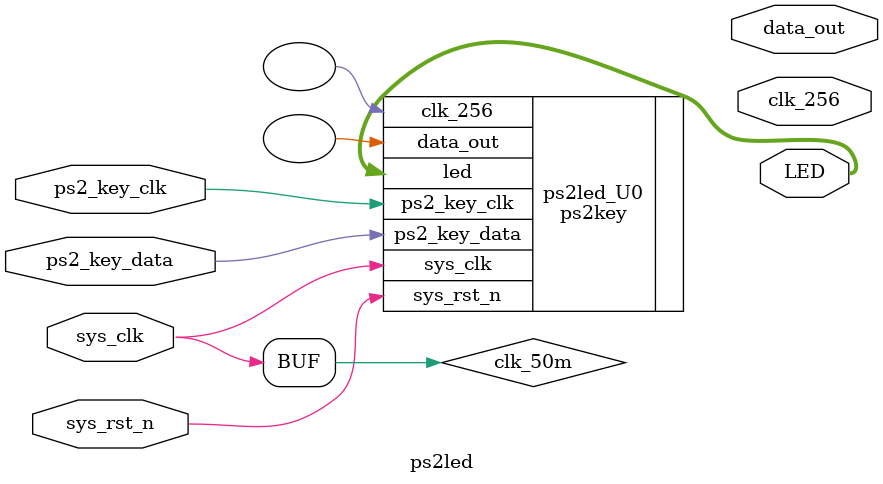
<source format=v>
/****************************************Copyright (c)**************************************************
**                                      Dongdong   Studio 
**                                     
**---------------------------------------File Info-----------------------------------------------------
** File name:           ps2led
** Last modified Date:  2009-11-8
** Last Version:        1.0
** Descriptions:        ps2led
**------------------------------------------------------------------------------------------------------
** Created by:          dongdong
** Created date:        2009-11-8
** Version:             1.0
** Descriptions:        The original version
**
**------------------------------------------------------------------------------------------------------
** Modified by:			
** Modified date:		
** Version:				
** Descriptions:		
**
**------------------------------------------------------------------------------------------------------
********************************************************************************************************/
module ps2led ( 
              //input 
              sys_clk        ,
              sys_rst_n      ,
              ps2_key_clk    ,
              ps2_key_data   ,
              
              clk_256        ,
              //output 
              data_out       ,
              LED
              );

//input ports

input                    sys_clk             ;    //system clock;
input                    sys_rst_n           ;    //system reset, low is active;

input                    ps2_key_clk         ;    //ps2 beyboard clock;
input                    ps2_key_data        ;    //ps2 beyboard data ;


//output ports
output [WIDTH-1:0]       data_out            ;   // output KEY value,in hex format
output [WIDTH-1:0]       clk_256             ;   // for signaltap II debug use
output [WIDTH-1:0]       LED                 ;   // output led,in hex format
//reg define 

//parameter define 
parameter WIDTH = 8;
parameter SIZE  = 8;

parameter WIDTH2 = 18;

parameter Para  = 50;

assign clk_50m = sys_clk ;


ps2key  ps2led_U0( 
              //input 
              .sys_clk        (clk_50m  )   ,
              .sys_rst_n      (sys_rst_n)   ,
              .ps2_key_clk    (ps2_key_clk) ,
              .ps2_key_data   (ps2_key_data),
              
              .clk_256        (   ),
              //output 
              .data_out       (   ),
              .led            (LED)  
              );

endmodule
</source>
